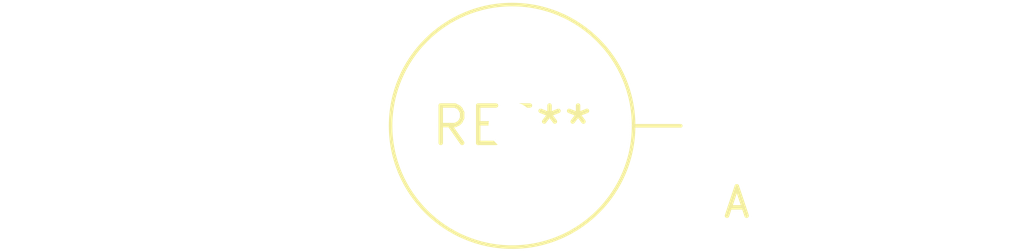
<source format=kicad_pcb>
(kicad_pcb (version 20240108) (generator pcbnew)
  (layers (0 "F.Cu" signal) (31 "B.Cu" signal) (34 "B.Paste" user) (35 "F.Paste" user) (36 "B.SilkS" user "B.Silkscreen") (37 "F.SilkS" user "F.Silkscreen") (38 "B.Mask" user) (39 "F.Mask" user) (44 "Edge.Cuts" user))
  (net 0 "")
  (footprint "D_5KPW_P7.62mm_Vertical_AnodeUp" (layer "F.Cu") (at 0 0)
    (property "Reference" "REF**")
    (property "Value" "D_5KPW_P7.62mm_Vertical_AnodeUp")
    (fp_line (start 4.12 0) (end 5.72 0) (layer "F.SilkS") (stroke (width 0.12)))
    (fp_circle (center 0 0) (end 4.12 0) (layer "F.SilkS") (stroke (width 0.12)) (fill none))
    (fp_text user "A" (at 7.62 2.6 0) (layer "F.SilkS"))
    (pad "1" thru_hole rect (at 0 0) (size 3.2 3.2) (drill 1.6) (layers *.Cu *.Mask) (remove_unused_layers))
    (pad "2" thru_hole oval (at 7.62 0) (size 3.2 3.2) (drill 1.6) (layers *.Cu *.Mask) (remove_unused_layers))
  )
)
</source>
